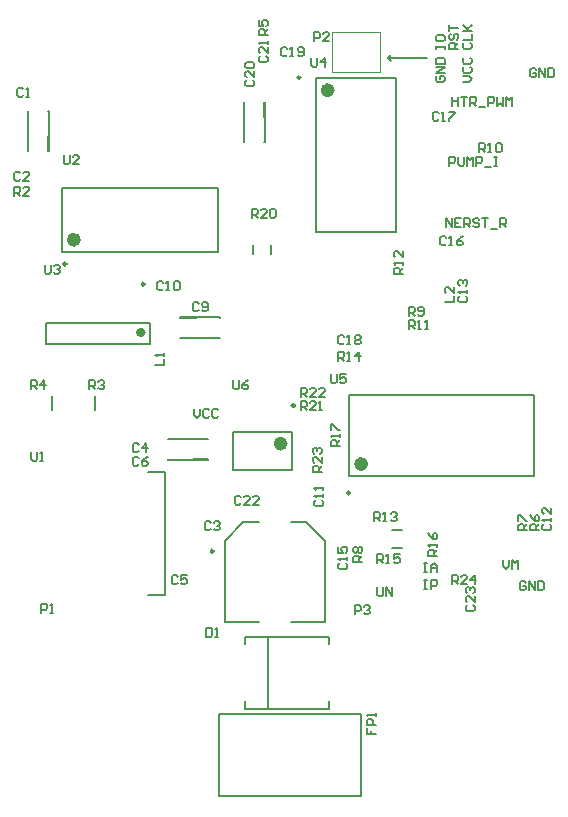
<source format=gto>
G04 Layer_Color=65535*
%FSAX24Y24*%
%MOIN*%
G70*
G01*
G75*
%ADD74C,0.0236*%
%ADD75C,0.0098*%
%ADD76C,0.0157*%
%ADD77C,0.0079*%
%ADD78C,0.0070*%
%ADD79C,0.0050*%
%ADD80C,0.0039*%
D74*
X002951Y018731D02*
G03*
X002951Y018731I-000118J000000D01*
G01*
X011411Y023715D02*
G03*
X011411Y023715I-000118J000000D01*
G01*
X012528Y011255D02*
G03*
X012528Y011255I-000118J000000D01*
G01*
X009846Y011936D02*
G03*
X009846Y011936I-000118J000000D01*
G01*
D75*
X002587Y017924D02*
G03*
X002587Y017924I-000049J000000D01*
G01*
X010387Y024144D02*
G03*
X010387Y024144I-000049J000000D01*
G01*
X012042Y010291D02*
G03*
X012042Y010291I-000049J000000D01*
G01*
X005199Y017250D02*
G03*
X005199Y017250I-000049J000000D01*
G01*
X007499Y008350D02*
G03*
X007499Y008350I-000049J000000D01*
G01*
X010199Y013200D02*
G03*
X010199Y013200I-000049J000000D01*
G01*
D76*
X005146Y015639D02*
G03*
X005146Y015639I-000079J000000D01*
G01*
D77*
X007636Y018337D02*
Y020463D01*
X002439Y018337D02*
Y020463D01*
X007636D01*
X002439Y018337D02*
X007636D01*
X001296Y021681D02*
Y023019D01*
X002004Y021681D02*
Y023019D01*
X001296D02*
X001315D01*
Y021681D02*
Y022193D01*
X001985Y023019D02*
X002004D01*
X001985Y021681D02*
Y022193D01*
X010899Y018991D02*
X013576D01*
X010899Y024109D02*
X013576D01*
Y018991D02*
Y024109D01*
X010899Y018991D02*
Y024109D01*
X018158Y010861D02*
Y013539D01*
X012017Y010861D02*
Y013539D01*
X018158D01*
X012017Y010861D02*
X018158D01*
X007864Y005977D02*
Y008698D01*
Y005977D02*
X008996D01*
X010079D02*
X011211D01*
Y008698D01*
X008489Y009323D02*
X008996D01*
X007864Y008698D02*
X008489Y009323D01*
X010586D02*
X011211Y008698D01*
X010079Y009323D02*
X010586D01*
X013443Y008455D02*
X013757D01*
X013443Y009045D02*
X013757D01*
X005968Y011396D02*
X007307D01*
X005968Y012104D02*
X007307D01*
X005968Y011396D02*
Y011415D01*
X006795D02*
X007307D01*
X005968Y012085D02*
Y012104D01*
X006795Y012085D02*
X007307D01*
X002100Y013064D02*
Y013536D01*
X003550Y013064D02*
Y013536D01*
X006381Y016154D02*
X007719D01*
X006381Y015446D02*
X007719D01*
Y016135D02*
Y016154D01*
X006381Y016135D02*
X006893D01*
X007719Y015446D02*
Y015465D01*
X006381D02*
X006893D01*
X008515Y022807D02*
Y023319D01*
X008496Y021981D02*
X008515D01*
X009185Y022807D02*
Y023319D01*
Y021981D02*
X009204D01*
X008496D02*
Y023319D01*
X009204Y021981D02*
Y023319D01*
X001918Y015954D02*
X005382D01*
X001918Y015246D02*
X005382D01*
Y015954D01*
X001918Y015246D02*
Y015954D01*
X005861Y006903D02*
Y010997D01*
X005291D02*
X005861D01*
X005291Y006903D02*
X005861D01*
X008805Y018243D02*
Y018557D01*
X009395Y018243D02*
Y018557D01*
X008153Y012330D02*
X010122D01*
X008153Y011070D02*
X010122D01*
Y012330D01*
X008153Y011070D02*
Y012330D01*
D78*
X012400Y000172D02*
Y002928D01*
X007675Y000172D02*
X012400D01*
X007675D02*
Y002928D01*
X012400D01*
D79*
X008550Y005250D02*
Y005500D01*
X011350D01*
Y005250D02*
Y005500D01*
Y003100D02*
Y003350D01*
X008550Y003100D02*
X011350D01*
X008550D02*
Y003350D01*
X009300Y003100D02*
Y005500D01*
X013300Y024800D02*
X013400Y024700D01*
X013300Y024800D02*
X013400Y024900D01*
X013300Y024800D02*
X014600D01*
X002500Y021550D02*
Y021300D01*
X002550Y021250D01*
X002650D01*
X002700Y021300D01*
Y021550D01*
X003000Y021250D02*
X002800D01*
X003000Y021450D01*
Y021500D01*
X002950Y021550D01*
X002850D01*
X002800Y021500D01*
X015250Y019150D02*
Y019450D01*
X015450Y019150D01*
Y019450D01*
X015750D02*
X015550D01*
Y019150D01*
X015750D01*
X015550Y019300D02*
X015650D01*
X015850Y019150D02*
Y019450D01*
X016000D01*
X016050Y019400D01*
Y019300D01*
X016000Y019250D01*
X015850D01*
X015950D02*
X016050Y019150D01*
X016350Y019400D02*
X016300Y019450D01*
X016200D01*
X016150Y019400D01*
Y019350D01*
X016200Y019300D01*
X016300D01*
X016350Y019250D01*
Y019200D01*
X016300Y019150D01*
X016200D01*
X016150Y019200D01*
X016450Y019450D02*
X016650D01*
X016550D01*
Y019150D01*
X016750Y019100D02*
X016949D01*
X017049Y019150D02*
Y019450D01*
X017199D01*
X017249Y019400D01*
Y019300D01*
X017199Y019250D01*
X017049D01*
X017149D02*
X017249Y019150D01*
X001150Y023750D02*
X001100Y023800D01*
X001000D01*
X000950Y023750D01*
Y023550D01*
X001000Y023500D01*
X001100D01*
X001150Y023550D01*
X001250Y023500D02*
X001350D01*
X001300D01*
Y023800D01*
X001250Y023750D01*
X000850Y020200D02*
Y020500D01*
X001000D01*
X001050Y020450D01*
Y020350D01*
X001000Y020300D01*
X000850D01*
X000950D02*
X001050Y020200D01*
X001350D02*
X001150D01*
X001350Y020400D01*
Y020450D01*
X001300Y020500D01*
X001200D01*
X001150Y020450D01*
X001050Y020950D02*
X001000Y021000D01*
X000900D01*
X000850Y020950D01*
Y020750D01*
X000900Y020700D01*
X001000D01*
X001050Y020750D01*
X001350Y020700D02*
X001150D01*
X001350Y020900D01*
Y020950D01*
X001300Y021000D01*
X001200D01*
X001150Y020950D01*
X006850Y013100D02*
Y012900D01*
X006950Y012800D01*
X007050Y012900D01*
Y013100D01*
X007350Y013050D02*
X007300Y013100D01*
X007200D01*
X007150Y013050D01*
Y012850D01*
X007200Y012800D01*
X007300D01*
X007350Y012850D01*
X007650Y013050D02*
X007600Y013100D01*
X007500D01*
X007450Y013050D01*
Y012850D01*
X007500Y012800D01*
X007600D01*
X007650Y012850D01*
X012950Y007150D02*
Y006900D01*
X013000Y006850D01*
X013100D01*
X013150Y006900D01*
Y007150D01*
X013250Y006850D02*
Y007150D01*
X013450Y006850D01*
Y007150D01*
X014500Y007400D02*
X014600D01*
X014550D01*
Y007100D01*
X014500D01*
X014600D01*
X014750D02*
Y007400D01*
X014900D01*
X014950Y007350D01*
Y007250D01*
X014900Y007200D01*
X014750D01*
X014500Y007950D02*
X014600D01*
X014550D01*
Y007650D01*
X014500D01*
X014600D01*
X014750D02*
Y007850D01*
X014850Y007950D01*
X014950Y007850D01*
Y007650D01*
Y007800D01*
X014750D01*
X017150Y008050D02*
Y007850D01*
X017250Y007750D01*
X017350Y007850D01*
Y008050D01*
X017450Y007750D02*
Y008050D01*
X017550Y007950D01*
X017650Y008050D01*
Y007750D01*
X017900Y007300D02*
X017850Y007350D01*
X017750D01*
X017700Y007300D01*
Y007100D01*
X017750Y007050D01*
X017850D01*
X017900Y007100D01*
Y007200D01*
X017800D01*
X018000Y007050D02*
Y007350D01*
X018200Y007050D01*
Y007350D01*
X018300D02*
Y007050D01*
X018450D01*
X018500Y007100D01*
Y007300D01*
X018450Y007350D01*
X018300D01*
X018250Y024400D02*
X018200Y024450D01*
X018100D01*
X018050Y024400D01*
Y024200D01*
X018100Y024150D01*
X018200D01*
X018250Y024200D01*
Y024300D01*
X018150D01*
X018350Y024150D02*
Y024450D01*
X018550Y024150D01*
Y024450D01*
X018650D02*
Y024150D01*
X018800D01*
X018850Y024200D01*
Y024400D01*
X018800Y024450D01*
X018650D01*
X015450Y023500D02*
Y023200D01*
Y023350D01*
X015650D01*
Y023500D01*
Y023200D01*
X015750Y023500D02*
X015950D01*
X015850D01*
Y023200D01*
X016050D02*
Y023500D01*
X016200D01*
X016250Y023450D01*
Y023350D01*
X016200Y023300D01*
X016050D01*
X016150D02*
X016250Y023200D01*
X016350Y023150D02*
X016550D01*
X016650Y023200D02*
Y023500D01*
X016800D01*
X016850Y023450D01*
Y023350D01*
X016800Y023300D01*
X016650D01*
X016950Y023500D02*
Y023200D01*
X017049Y023300D01*
X017149Y023200D01*
Y023500D01*
X017249Y023200D02*
Y023500D01*
X017349Y023400D01*
X017449Y023500D01*
Y023200D01*
X015350Y021200D02*
Y021500D01*
X015500D01*
X015550Y021450D01*
Y021350D01*
X015500Y021300D01*
X015350D01*
X015650Y021500D02*
Y021250D01*
X015700Y021200D01*
X015800D01*
X015850Y021250D01*
Y021500D01*
X015950Y021200D02*
Y021500D01*
X016050Y021400D01*
X016150Y021500D01*
Y021200D01*
X016250D02*
Y021500D01*
X016400D01*
X016450Y021450D01*
Y021350D01*
X016400Y021300D01*
X016250D01*
X016550Y021150D02*
X016750D01*
X016850Y021500D02*
X016949D01*
X016899D01*
Y021200D01*
X016850D01*
X016949D01*
X010750Y024800D02*
Y024550D01*
X010800Y024500D01*
X010900D01*
X010950Y024550D01*
Y024800D01*
X011200Y024500D02*
Y024800D01*
X011050Y024650D01*
X011250D01*
X009300Y025550D02*
X009000D01*
Y025700D01*
X009050Y025750D01*
X009150D01*
X009200Y025700D01*
Y025550D01*
Y025650D02*
X009300Y025750D01*
X009000Y026050D02*
Y025850D01*
X009150D01*
X009100Y025950D01*
Y026000D01*
X009150Y026050D01*
X009250D01*
X009300Y026000D01*
Y025900D01*
X009250Y025850D01*
X016350Y021650D02*
Y021950D01*
X016500D01*
X016550Y021900D01*
Y021800D01*
X016500Y021750D01*
X016350D01*
X016450D02*
X016550Y021650D01*
X016650D02*
X016750D01*
X016700D01*
Y021950D01*
X016650Y021900D01*
X016900D02*
X016950Y021950D01*
X017050D01*
X017100Y021900D01*
Y021700D01*
X017050Y021650D01*
X016950D01*
X016900Y021700D01*
Y021900D01*
X015000Y022950D02*
X014950Y023000D01*
X014850D01*
X014800Y022950D01*
Y022750D01*
X014850Y022700D01*
X014950D01*
X015000Y022750D01*
X015100Y022700D02*
X015200D01*
X015150D01*
Y023000D01*
X015100Y022950D01*
X015350Y023000D02*
X015550D01*
Y022950D01*
X015350Y022750D01*
Y022700D01*
X013800Y017600D02*
X013500D01*
Y017750D01*
X013550Y017800D01*
X013650D01*
X013700Y017750D01*
Y017600D01*
Y017700D02*
X013800Y017800D01*
Y017900D02*
Y018000D01*
Y017950D01*
X013500D01*
X013550Y017900D01*
X013800Y018350D02*
Y018150D01*
X013600Y018350D01*
X013550D01*
X013500Y018300D01*
Y018200D01*
X013550Y018150D01*
X015250Y018800D02*
X015200Y018850D01*
X015100D01*
X015050Y018800D01*
Y018600D01*
X015100Y018550D01*
X015200D01*
X015250Y018600D01*
X015350Y018550D02*
X015450D01*
X015400D01*
Y018850D01*
X015350Y018800D01*
X015800Y018850D02*
X015700Y018800D01*
X015600Y018700D01*
Y018600D01*
X015650Y018550D01*
X015750D01*
X015800Y018600D01*
Y018650D01*
X015750Y018700D01*
X015600D01*
X011400Y014250D02*
Y014000D01*
X011450Y013950D01*
X011550D01*
X011600Y014000D01*
Y014250D01*
X011900D02*
X011700D01*
Y014100D01*
X011800Y014150D01*
X011850D01*
X011900Y014100D01*
Y014000D01*
X011850Y013950D01*
X011750D01*
X011700Y014000D01*
X011650Y014700D02*
Y015000D01*
X011800D01*
X011850Y014950D01*
Y014850D01*
X011800Y014800D01*
X011650D01*
X011750D02*
X011850Y014700D01*
X011950D02*
X012050D01*
X012000D01*
Y015000D01*
X011950Y014950D01*
X012350Y014700D02*
Y015000D01*
X012200Y014850D01*
X012400D01*
X011850Y015500D02*
X011800Y015550D01*
X011700D01*
X011650Y015500D01*
Y015300D01*
X011700Y015250D01*
X011800D01*
X011850Y015300D01*
X011950Y015250D02*
X012050D01*
X012000D01*
Y015550D01*
X011950Y015500D01*
X012200D02*
X012250Y015550D01*
X012350D01*
X012400Y015500D01*
Y015450D01*
X012350Y015400D01*
X012400Y015350D01*
Y015300D01*
X012350Y015250D01*
X012250D01*
X012200Y015300D01*
Y015350D01*
X012250Y015400D01*
X012200Y015450D01*
Y015500D01*
X012250Y015400D02*
X012350D01*
X014000Y015750D02*
Y016050D01*
X014150D01*
X014200Y016000D01*
Y015900D01*
X014150Y015850D01*
X014000D01*
X014100D02*
X014200Y015750D01*
X014300D02*
X014400D01*
X014350D01*
Y016050D01*
X014300Y016000D01*
X014550Y015750D02*
X014650D01*
X014600D01*
Y016050D01*
X014550Y016000D01*
X014000Y016200D02*
Y016500D01*
X014150D01*
X014200Y016450D01*
Y016350D01*
X014150Y016300D01*
X014000D01*
X014100D02*
X014200Y016200D01*
X014300Y016250D02*
X014350Y016200D01*
X014450D01*
X014500Y016250D01*
Y016450D01*
X014450Y016500D01*
X014350D01*
X014300Y016450D01*
Y016400D01*
X014350Y016350D01*
X014500D01*
X015200Y016650D02*
X015500D01*
Y016850D01*
Y017150D02*
Y016950D01*
X015300Y017150D01*
X015250D01*
X015200Y017100D01*
Y017000D01*
X015250Y016950D01*
X015700Y016850D02*
X015650Y016800D01*
Y016700D01*
X015700Y016650D01*
X015900D01*
X015950Y016700D01*
Y016800D01*
X015900Y016850D01*
X015950Y016950D02*
Y017050D01*
Y017000D01*
X015650D01*
X015700Y016950D01*
Y017200D02*
X015650Y017250D01*
Y017350D01*
X015700Y017400D01*
X015750D01*
X015800Y017350D01*
Y017300D01*
Y017350D01*
X015850Y017400D01*
X015900D01*
X015950Y017350D01*
Y017250D01*
X015900Y017200D01*
X018500Y009250D02*
X018450Y009200D01*
Y009100D01*
X018500Y009050D01*
X018700D01*
X018750Y009100D01*
Y009200D01*
X018700Y009250D01*
X018750Y009350D02*
Y009450D01*
Y009400D01*
X018450D01*
X018500Y009350D01*
X018750Y009800D02*
Y009600D01*
X018550Y009800D01*
X018500D01*
X018450Y009750D01*
Y009650D01*
X018500Y009600D01*
X018350Y009050D02*
X018050D01*
Y009200D01*
X018100Y009250D01*
X018200D01*
X018250Y009200D01*
Y009050D01*
Y009150D02*
X018350Y009250D01*
X018050Y009550D02*
X018100Y009450D01*
X018200Y009350D01*
X018300D01*
X018350Y009400D01*
Y009500D01*
X018300Y009550D01*
X018250D01*
X018200Y009500D01*
Y009350D01*
X017950Y009050D02*
X017650D01*
Y009200D01*
X017700Y009250D01*
X017800D01*
X017850Y009200D01*
Y009050D01*
Y009150D02*
X017950Y009250D01*
X017650Y009350D02*
Y009550D01*
X017700D01*
X017900Y009350D01*
X017950D01*
X014950Y008200D02*
X014650D01*
Y008350D01*
X014700Y008400D01*
X014800D01*
X014850Y008350D01*
Y008200D01*
Y008300D02*
X014950Y008400D01*
Y008500D02*
Y008600D01*
Y008550D01*
X014650D01*
X014700Y008500D01*
X014650Y008950D02*
X014700Y008850D01*
X014800Y008750D01*
X014900D01*
X014950Y008800D01*
Y008900D01*
X014900Y008950D01*
X014850D01*
X014800Y008900D01*
Y008750D01*
X008400Y010150D02*
X008350Y010200D01*
X008250D01*
X008200Y010150D01*
Y009950D01*
X008250Y009900D01*
X008350D01*
X008400Y009950D01*
X008700Y009900D02*
X008500D01*
X008700Y010100D01*
Y010150D01*
X008650Y010200D01*
X008550D01*
X008500Y010150D01*
X009000Y009900D02*
X008800D01*
X009000Y010100D01*
Y010150D01*
X008950Y010200D01*
X008850D01*
X008800Y010150D01*
X007400Y009300D02*
X007350Y009350D01*
X007250D01*
X007200Y009300D01*
Y009100D01*
X007250Y009050D01*
X007350D01*
X007400Y009100D01*
X007500Y009300D02*
X007550Y009350D01*
X007650D01*
X007700Y009300D01*
Y009250D01*
X007650Y009200D01*
X007600D01*
X007650D01*
X007700Y009150D01*
Y009100D01*
X007650Y009050D01*
X007550D01*
X007500Y009100D01*
X001750Y006300D02*
Y006600D01*
X001900D01*
X001950Y006550D01*
Y006450D01*
X001900Y006400D01*
X001750D01*
X002050Y006300D02*
X002150D01*
X002100D01*
Y006600D01*
X002050Y006550D01*
X012600Y002450D02*
Y002250D01*
X012750D01*
Y002350D01*
Y002250D01*
X012900D01*
Y002550D02*
X012600D01*
Y002700D01*
X012650Y002750D01*
X012750D01*
X012800Y002700D01*
Y002550D01*
X012900Y002850D02*
Y002950D01*
Y002900D01*
X012600D01*
X012650Y002850D01*
X007250Y005800D02*
Y005500D01*
X007400D01*
X007450Y005550D01*
Y005750D01*
X007400Y005800D01*
X007250D01*
X007550Y005500D02*
X007650D01*
X007600D01*
Y005800D01*
X007550Y005750D01*
X012200Y006250D02*
Y006550D01*
X012350D01*
X012400Y006500D01*
Y006400D01*
X012350Y006350D01*
X012200D01*
X012500Y006500D02*
X012550Y006550D01*
X012650D01*
X012700Y006500D01*
Y006450D01*
X012650Y006400D01*
X012600D01*
X012650D01*
X012700Y006350D01*
Y006300D01*
X012650Y006250D01*
X012550D01*
X012500Y006300D01*
X012950Y007950D02*
Y008250D01*
X013100D01*
X013150Y008200D01*
Y008100D01*
X013100Y008050D01*
X012950D01*
X013050D02*
X013150Y007950D01*
X013250D02*
X013350D01*
X013300D01*
Y008250D01*
X013250Y008200D01*
X013700Y008250D02*
X013500D01*
Y008100D01*
X013600Y008150D01*
X013650D01*
X013700Y008100D01*
Y008000D01*
X013650Y007950D01*
X013550D01*
X013500Y008000D01*
X012850Y009350D02*
Y009650D01*
X013000D01*
X013050Y009600D01*
Y009500D01*
X013000Y009450D01*
X012850D01*
X012950D02*
X013050Y009350D01*
X013150D02*
X013250D01*
X013200D01*
Y009650D01*
X013150Y009600D01*
X013400D02*
X013450Y009650D01*
X013550D01*
X013600Y009600D01*
Y009550D01*
X013550Y009500D01*
X013500D01*
X013550D01*
X013600Y009450D01*
Y009400D01*
X013550Y009350D01*
X013450D01*
X013400Y009400D01*
X012450Y008000D02*
X012150D01*
Y008150D01*
X012200Y008200D01*
X012300D01*
X012350Y008150D01*
Y008000D01*
Y008100D02*
X012450Y008200D01*
X012200Y008300D02*
X012150Y008350D01*
Y008450D01*
X012200Y008500D01*
X012250D01*
X012300Y008450D01*
X012350Y008500D01*
X012400D01*
X012450Y008450D01*
Y008350D01*
X012400Y008300D01*
X012350D01*
X012300Y008350D01*
X012250Y008300D01*
X012200D01*
X012300Y008350D02*
Y008450D01*
X011700Y007950D02*
X011650Y007900D01*
Y007800D01*
X011700Y007750D01*
X011900D01*
X011950Y007800D01*
Y007900D01*
X011900Y007950D01*
X011950Y008050D02*
Y008150D01*
Y008100D01*
X011650D01*
X011700Y008050D01*
X011650Y008500D02*
Y008300D01*
X011800D01*
X011750Y008400D01*
Y008450D01*
X011800Y008500D01*
X011900D01*
X011950Y008450D01*
Y008350D01*
X011900Y008300D01*
X010900Y010050D02*
X010850Y010000D01*
Y009900D01*
X010900Y009850D01*
X011100D01*
X011150Y009900D01*
Y010000D01*
X011100Y010050D01*
X011150Y010150D02*
Y010250D01*
Y010200D01*
X010850D01*
X010900Y010150D01*
X011150Y010400D02*
Y010500D01*
Y010450D01*
X010850D01*
X010900Y010400D01*
X011700Y011850D02*
X011400D01*
Y012000D01*
X011450Y012050D01*
X011550D01*
X011600Y012000D01*
Y011850D01*
Y011950D02*
X011700Y012050D01*
Y012150D02*
Y012250D01*
Y012200D01*
X011400D01*
X011450Y012150D01*
X011400Y012400D02*
Y012600D01*
X011450D01*
X011650Y012400D01*
X011700D01*
X005000Y011900D02*
X004950Y011950D01*
X004850D01*
X004800Y011900D01*
Y011700D01*
X004850Y011650D01*
X004950D01*
X005000Y011700D01*
X005250Y011650D02*
Y011950D01*
X005100Y011800D01*
X005300D01*
X005000Y011450D02*
X004950Y011500D01*
X004850D01*
X004800Y011450D01*
Y011250D01*
X004850Y011200D01*
X004950D01*
X005000Y011250D01*
X005300Y011500D02*
X005200Y011450D01*
X005100Y011350D01*
Y011250D01*
X005150Y011200D01*
X005250D01*
X005300Y011250D01*
Y011300D01*
X005250Y011350D01*
X005100D01*
X001400Y013750D02*
Y014050D01*
X001550D01*
X001600Y014000D01*
Y013900D01*
X001550Y013850D01*
X001400D01*
X001500D02*
X001600Y013750D01*
X001850D02*
Y014050D01*
X001700Y013900D01*
X001900D01*
X003350Y013750D02*
Y014050D01*
X003500D01*
X003550Y014000D01*
Y013900D01*
X003500Y013850D01*
X003350D01*
X003450D02*
X003550Y013750D01*
X003650Y014000D02*
X003700Y014050D01*
X003800D01*
X003850Y014000D01*
Y013950D01*
X003800Y013900D01*
X003750D01*
X003800D01*
X003850Y013850D01*
Y013800D01*
X003800Y013750D01*
X003700D01*
X003650Y013800D01*
X005550Y014550D02*
X005850D01*
Y014750D01*
Y014850D02*
Y014950D01*
Y014900D01*
X005550D01*
X005600Y014850D01*
X007000Y016600D02*
X006950Y016650D01*
X006850D01*
X006800Y016600D01*
Y016400D01*
X006850Y016350D01*
X006950D01*
X007000Y016400D01*
X007100D02*
X007150Y016350D01*
X007250D01*
X007300Y016400D01*
Y016600D01*
X007250Y016650D01*
X007150D01*
X007100Y016600D01*
Y016550D01*
X007150Y016500D01*
X007300D01*
X006299Y007500D02*
X006249Y007550D01*
X006149D01*
X006099Y007500D01*
Y007300D01*
X006149Y007250D01*
X006249D01*
X006299Y007300D01*
X006599Y007550D02*
X006399D01*
Y007400D01*
X006499Y007450D01*
X006549D01*
X006599Y007400D01*
Y007300D01*
X006549Y007250D01*
X006449D01*
X006399Y007300D01*
X010850Y025350D02*
Y025650D01*
X011000D01*
X011050Y025600D01*
Y025500D01*
X011000Y025450D01*
X010850D01*
X011350Y025350D02*
X011150D01*
X011350Y025550D01*
Y025600D01*
X011300Y025650D01*
X011200D01*
X011150Y025600D01*
X011100Y011000D02*
X010800D01*
Y011150D01*
X010850Y011200D01*
X010950D01*
X011000Y011150D01*
Y011000D01*
Y011100D02*
X011100Y011200D01*
Y011500D02*
Y011300D01*
X010900Y011500D01*
X010850D01*
X010800Y011450D01*
Y011350D01*
X010850Y011300D01*
Y011600D02*
X010800Y011650D01*
Y011750D01*
X010850Y011800D01*
X010900D01*
X010950Y011750D01*
Y011700D01*
Y011750D01*
X011000Y011800D01*
X011050D01*
X011100Y011750D01*
Y011650D01*
X011050Y011600D01*
X010400Y013050D02*
Y013350D01*
X010550D01*
X010600Y013300D01*
Y013200D01*
X010550Y013150D01*
X010400D01*
X010500D02*
X010600Y013050D01*
X010900D02*
X010700D01*
X010900Y013250D01*
Y013300D01*
X010850Y013350D01*
X010750D01*
X010700Y013300D01*
X011000Y013050D02*
X011100D01*
X011050D01*
Y013350D01*
X011000Y013300D01*
X010400Y013500D02*
Y013800D01*
X010550D01*
X010600Y013750D01*
Y013650D01*
X010550Y013600D01*
X010400D01*
X010500D02*
X010600Y013500D01*
X010900D02*
X010700D01*
X010900Y013700D01*
Y013750D01*
X010850Y013800D01*
X010750D01*
X010700Y013750D01*
X011200Y013500D02*
X011000D01*
X011200Y013700D01*
Y013750D01*
X011150Y013800D01*
X011050D01*
X011000Y013750D01*
X009050Y024850D02*
X009000Y024800D01*
Y024700D01*
X009050Y024650D01*
X009250D01*
X009300Y024700D01*
Y024800D01*
X009250Y024850D01*
X009300Y025150D02*
Y024950D01*
X009100Y025150D01*
X009050D01*
X009000Y025100D01*
Y025000D01*
X009050Y024950D01*
X009300Y025250D02*
Y025350D01*
Y025300D01*
X009000D01*
X009050Y025250D01*
X008600Y024050D02*
X008550Y024000D01*
Y023900D01*
X008600Y023850D01*
X008800D01*
X008850Y023900D01*
Y024000D01*
X008800Y024050D01*
X008850Y024350D02*
Y024150D01*
X008650Y024350D01*
X008600D01*
X008550Y024300D01*
Y024200D01*
X008600Y024150D01*
Y024450D02*
X008550Y024500D01*
Y024600D01*
X008600Y024650D01*
X008800D01*
X008850Y024600D01*
Y024500D01*
X008800Y024450D01*
X008600D01*
X009950Y025100D02*
X009900Y025150D01*
X009800D01*
X009750Y025100D01*
Y024900D01*
X009800Y024850D01*
X009900D01*
X009950Y024900D01*
X010050Y024850D02*
X010150D01*
X010100D01*
Y025150D01*
X010050Y025100D01*
X010300Y024900D02*
X010350Y024850D01*
X010450D01*
X010500Y024900D01*
Y025100D01*
X010450Y025150D01*
X010350D01*
X010300Y025100D01*
Y025050D01*
X010350Y025000D01*
X010500D01*
X014950Y024200D02*
X014900Y024150D01*
Y024050D01*
X014950Y024000D01*
X015150D01*
X015200Y024050D01*
Y024150D01*
X015150Y024200D01*
X015050D01*
Y024100D01*
X015200Y024300D02*
X014900D01*
X015200Y024500D01*
X014900D01*
Y024600D02*
X015200D01*
Y024750D01*
X015150Y024800D01*
X014950D01*
X014900Y024750D01*
Y024600D01*
X015800Y024000D02*
X016000D01*
X016100Y024100D01*
X016000Y024200D01*
X015800D01*
X015850Y024500D02*
X015800Y024450D01*
Y024350D01*
X015850Y024300D01*
X016050D01*
X016100Y024350D01*
Y024450D01*
X016050Y024500D01*
X015850Y024800D02*
X015800Y024750D01*
Y024650D01*
X015850Y024600D01*
X016050D01*
X016100Y024650D01*
Y024750D01*
X016050Y024800D01*
X015850Y025300D02*
X015800Y025250D01*
Y025150D01*
X015850Y025100D01*
X016050D01*
X016100Y025150D01*
Y025250D01*
X016050Y025300D01*
X015800Y025400D02*
X016100D01*
Y025600D01*
X015800Y025700D02*
X016100D01*
X016000D01*
X015800Y025900D01*
X015950Y025750D01*
X016100Y025900D01*
X014900Y025100D02*
Y025200D01*
Y025150D01*
X015200D01*
Y025100D01*
Y025200D01*
X014900Y025500D02*
Y025400D01*
X014950Y025350D01*
X015150D01*
X015200Y025400D01*
Y025500D01*
X015150Y025550D01*
X014950D01*
X014900Y025500D01*
X015650Y025100D02*
X015350D01*
Y025250D01*
X015400Y025300D01*
X015500D01*
X015550Y025250D01*
Y025100D01*
Y025200D02*
X015650Y025300D01*
X015400Y025600D02*
X015350Y025550D01*
Y025450D01*
X015400Y025400D01*
X015450D01*
X015500Y025450D01*
Y025550D01*
X015550Y025600D01*
X015600D01*
X015650Y025550D01*
Y025450D01*
X015600Y025400D01*
X015350Y025700D02*
Y025900D01*
Y025800D01*
X015650D01*
X001857Y017900D02*
Y017650D01*
X001907Y017600D01*
X002007D01*
X002057Y017650D01*
Y017900D01*
X002157Y017850D02*
X002207Y017900D01*
X002307D01*
X002357Y017850D01*
Y017800D01*
X002307Y017750D01*
X002257D01*
X002307D01*
X002357Y017700D01*
Y017650D01*
X002307Y017600D01*
X002207D01*
X002157Y017650D01*
X001417Y011660D02*
Y011410D01*
X001467Y011360D01*
X001567D01*
X001617Y011410D01*
Y011660D01*
X001717Y011360D02*
X001817D01*
X001767D01*
Y011660D01*
X001717Y011610D01*
X005807Y017290D02*
X005757Y017340D01*
X005657D01*
X005607Y017290D01*
Y017090D01*
X005657Y017040D01*
X005757D01*
X005807Y017090D01*
X005907Y017040D02*
X006007D01*
X005957D01*
Y017340D01*
X005907Y017290D01*
X006157D02*
X006207Y017340D01*
X006307D01*
X006357Y017290D01*
Y017090D01*
X006307Y017040D01*
X006207D01*
X006157Y017090D01*
Y017290D01*
X008757Y019460D02*
Y019760D01*
X008907D01*
X008957Y019710D01*
Y019610D01*
X008907Y019560D01*
X008757D01*
X008857D02*
X008957Y019460D01*
X009257D02*
X009057D01*
X009257Y019660D01*
Y019710D01*
X009207Y019760D01*
X009107D01*
X009057Y019710D01*
X009357D02*
X009407Y019760D01*
X009507D01*
X009557Y019710D01*
Y019510D01*
X009507Y019460D01*
X009407D01*
X009357Y019510D01*
Y019710D01*
X008150Y014050D02*
Y013800D01*
X008200Y013750D01*
X008300D01*
X008350Y013800D01*
Y014050D01*
X008650D02*
X008550Y014000D01*
X008450Y013900D01*
Y013800D01*
X008500Y013750D01*
X008600D01*
X008650Y013800D01*
Y013850D01*
X008600Y013900D01*
X008450D01*
X015950Y006550D02*
X015900Y006500D01*
Y006400D01*
X015950Y006350D01*
X016150D01*
X016200Y006400D01*
Y006500D01*
X016150Y006550D01*
X016200Y006850D02*
Y006650D01*
X016000Y006850D01*
X015950D01*
X015900Y006800D01*
Y006700D01*
X015950Y006650D01*
Y006950D02*
X015900Y007000D01*
Y007100D01*
X015950Y007150D01*
X016000D01*
X016050Y007100D01*
Y007050D01*
Y007100D01*
X016100Y007150D01*
X016150D01*
X016200Y007100D01*
Y007000D01*
X016150Y006950D01*
X015450Y007250D02*
Y007550D01*
X015600D01*
X015650Y007500D01*
Y007400D01*
X015600Y007350D01*
X015450D01*
X015550D02*
X015650Y007250D01*
X015950D02*
X015750D01*
X015950Y007450D01*
Y007500D01*
X015900Y007550D01*
X015800D01*
X015750Y007500D01*
X016200Y007250D02*
Y007550D01*
X016050Y007400D01*
X016250D01*
D80*
X011450Y025669D02*
X013050D01*
Y024331D02*
Y025669D01*
X011450Y024331D02*
X013050D01*
X011450D02*
Y025669D01*
M02*

</source>
